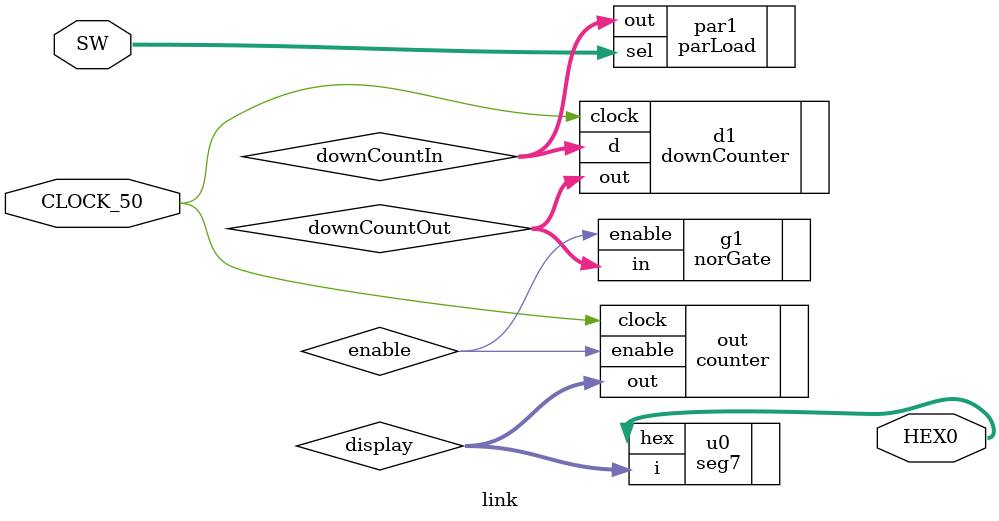
<source format=v>
`timescale 1ps/1ps

module link(SW, HEX0, CLOCK_50);
	input [1:0]SW;
	input CLOCK_50;
	output [6:0] HEX0;
	wire [3:0] display;

	wire enable;
	wire [32:0] downCountOut, downCountIn;

	parLoad par1(.sel(SW), .out(downCountIn));
	downCounter d1(.d(downCountIn), .clock(CLOCK_50), .out(downCountOut));
	norGate g1(.in(downCountOut), .enable(enable));
	counter out(.clock(CLOCK_50), .enable(enable), .out(display));
	seg7 u0(.i(display), .hex(HEX0));

endmodule
</source>
